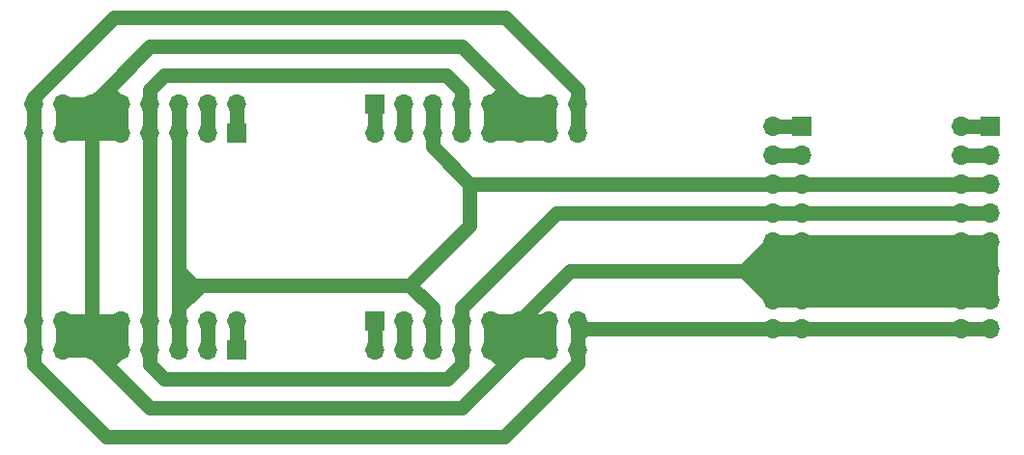
<source format=gbr>
G04 #@! TF.GenerationSoftware,KiCad,Pcbnew,(5.1.0-0)*
G04 #@! TF.CreationDate,2019-05-22T21:16:58-07:00*
G04 #@! TF.ProjectId,eurorack-bus,6575726f-7261-4636-9b2d-6275732e6b69,rev?*
G04 #@! TF.SameCoordinates,Original*
G04 #@! TF.FileFunction,Copper,L1,Top*
G04 #@! TF.FilePolarity,Positive*
%FSLAX46Y46*%
G04 Gerber Fmt 4.6, Leading zero omitted, Abs format (unit mm)*
G04 Created by KiCad (PCBNEW (5.1.0-0)) date 2019-05-22 21:16:58*
%MOMM*%
%LPD*%
G04 APERTURE LIST*
%ADD10R,1.700000X1.700000*%
%ADD11O,1.700000X1.700000*%
%ADD12C,1.270000*%
%ADD13C,0.254000*%
G04 APERTURE END LIST*
D10*
X101600000Y-81280000D03*
D11*
X101600000Y-78740000D03*
X99060000Y-81280000D03*
X99060000Y-78740000D03*
X96520000Y-81280000D03*
X96520000Y-78740000D03*
X93980000Y-81280000D03*
X93980000Y-78740000D03*
X91440000Y-81280000D03*
X91440000Y-78740000D03*
X88900000Y-81280000D03*
X88900000Y-78740000D03*
X86360000Y-81280000D03*
X86360000Y-78740000D03*
X83820000Y-81280000D03*
X83820000Y-78740000D03*
X83820000Y-97790000D03*
X83820000Y-100330000D03*
X86360000Y-97790000D03*
X86360000Y-100330000D03*
X88900000Y-97790000D03*
X88900000Y-100330000D03*
X91440000Y-97790000D03*
X91440000Y-100330000D03*
X93980000Y-97790000D03*
X93980000Y-100330000D03*
X96520000Y-97790000D03*
X96520000Y-100330000D03*
X99060000Y-97790000D03*
X99060000Y-100330000D03*
X101600000Y-97790000D03*
D10*
X101600000Y-100330000D03*
X167640000Y-80645000D03*
D11*
X165100000Y-80645000D03*
X167640000Y-83185000D03*
X165100000Y-83185000D03*
X167640000Y-85725000D03*
X165100000Y-85725000D03*
X167640000Y-88265000D03*
X165100000Y-88265000D03*
X167640000Y-90805000D03*
X165100000Y-90805000D03*
X167640000Y-93345000D03*
X165100000Y-93345000D03*
X167640000Y-95885000D03*
X165100000Y-95885000D03*
X167640000Y-98425000D03*
X165100000Y-98425000D03*
D10*
X113665000Y-78740000D03*
D11*
X113665000Y-81280000D03*
X116205000Y-78740000D03*
X116205000Y-81280000D03*
X118745000Y-78740000D03*
X118745000Y-81280000D03*
X121285000Y-78740000D03*
X121285000Y-81280000D03*
X123825000Y-78740000D03*
X123825000Y-81280000D03*
X126365000Y-78740000D03*
X126365000Y-81280000D03*
X128905000Y-78740000D03*
X128905000Y-81280000D03*
X131445000Y-78740000D03*
X131445000Y-81280000D03*
X131445000Y-100330000D03*
X131445000Y-97790000D03*
X128905000Y-100330000D03*
X128905000Y-97790000D03*
X126365000Y-100330000D03*
X126365000Y-97790000D03*
X123825000Y-100330000D03*
X123825000Y-97790000D03*
X121285000Y-100330000D03*
X121285000Y-97790000D03*
X118745000Y-100330000D03*
X118745000Y-97790000D03*
X116205000Y-100330000D03*
X116205000Y-97790000D03*
X113665000Y-100330000D03*
D10*
X113665000Y-97790000D03*
X151130000Y-80645000D03*
D11*
X148590000Y-80645000D03*
X151130000Y-83185000D03*
X148590000Y-83185000D03*
X151130000Y-85725000D03*
X148590000Y-85725000D03*
X151130000Y-88265000D03*
X148590000Y-88265000D03*
X151130000Y-90805000D03*
X148590000Y-90805000D03*
X151130000Y-93345000D03*
X148590000Y-93345000D03*
X151130000Y-95885000D03*
X148590000Y-95885000D03*
X151130000Y-98425000D03*
X148590000Y-98425000D03*
D12*
X165100000Y-80645000D02*
X167640000Y-80645000D01*
X165100000Y-83185000D02*
X167640000Y-83185000D01*
X165100000Y-85725000D02*
X167640000Y-85725000D01*
X148590000Y-85725000D02*
X151130000Y-85725000D01*
X96520000Y-78740000D02*
X96520000Y-81280000D01*
X96520000Y-97790000D02*
X96520000Y-100330000D01*
X118745000Y-78740000D02*
X118745000Y-81280000D01*
X118745000Y-97790000D02*
X118745000Y-100330000D01*
X96520000Y-90170000D02*
X96520000Y-81280000D01*
X96520000Y-92710000D02*
X96520000Y-90170000D01*
X147387919Y-85725000D02*
X148590000Y-85725000D01*
X118745000Y-82482081D02*
X121987919Y-85725000D01*
X121987919Y-85725000D02*
X147387919Y-85725000D01*
X118745000Y-81280000D02*
X118745000Y-82482081D01*
X96520000Y-96520000D02*
X96520000Y-97790000D01*
X98425000Y-94615000D02*
X96520000Y-96520000D01*
X116772081Y-94615000D02*
X98425000Y-94615000D01*
X118745000Y-96587919D02*
X116772081Y-94615000D01*
X118745000Y-97790000D02*
X118745000Y-96587919D01*
X97790000Y-94615000D02*
X96520000Y-93345000D01*
X96520000Y-93345000D02*
X96520000Y-92710000D01*
X98425000Y-94615000D02*
X97790000Y-94615000D01*
X96520000Y-97790000D02*
X96520000Y-93345000D01*
X121987919Y-89399162D02*
X116772081Y-94615000D01*
X121987919Y-85725000D02*
X121987919Y-89399162D01*
X151130000Y-85725000D02*
X165100000Y-85725000D01*
X167640000Y-88265000D02*
X148590000Y-88265000D01*
X121285000Y-77537919D02*
X119947081Y-76200000D01*
X121285000Y-78740000D02*
X121285000Y-77537919D01*
X93980000Y-78740000D02*
X93980000Y-77470000D01*
X93980000Y-77470000D02*
X95250000Y-76200000D01*
X95250000Y-76200000D02*
X119947081Y-76200000D01*
X121285000Y-78740000D02*
X121285000Y-81280000D01*
X121285000Y-97790000D02*
X121285000Y-100330000D01*
X93980000Y-101600000D02*
X93980000Y-100330000D01*
X120015000Y-102870000D02*
X95250000Y-102870000D01*
X95250000Y-102870000D02*
X93980000Y-101600000D01*
X121285000Y-101600000D02*
X120015000Y-102870000D01*
X121285000Y-100330000D02*
X121285000Y-101600000D01*
X93980000Y-80010000D02*
X93980000Y-78740000D01*
X93980000Y-100330000D02*
X93980000Y-80010000D01*
X147387919Y-88265000D02*
X148590000Y-88265000D01*
X121285000Y-96587919D02*
X129607919Y-88265000D01*
X129607919Y-88265000D02*
X147387919Y-88265000D01*
X121285000Y-97790000D02*
X121285000Y-96587919D01*
X167640000Y-90805000D02*
X148590000Y-90805000D01*
X167640000Y-95885000D02*
X148590000Y-95885000D01*
X167640000Y-90805000D02*
X167640000Y-95885000D01*
X88900000Y-100330000D02*
X86360000Y-100330000D01*
X86360000Y-100330000D02*
X86360000Y-97790000D01*
X86360000Y-97790000D02*
X88900000Y-97790000D01*
X88900000Y-97790000D02*
X91440000Y-97790000D01*
X91440000Y-97790000D02*
X91440000Y-100330000D01*
X91440000Y-100330000D02*
X88900000Y-100330000D01*
X88900000Y-81280000D02*
X86360000Y-81280000D01*
X86360000Y-81280000D02*
X86360000Y-78740000D01*
X86360000Y-78740000D02*
X88900000Y-78740000D01*
X88900000Y-78740000D02*
X91440000Y-78740000D01*
X91440000Y-78740000D02*
X91440000Y-81280000D01*
X91440000Y-81280000D02*
X88900000Y-81280000D01*
X126365000Y-78740000D02*
X123825000Y-78740000D01*
X123825000Y-78740000D02*
X123825000Y-81280000D01*
X123825000Y-81280000D02*
X126365000Y-81280000D01*
X126365000Y-81280000D02*
X128905000Y-81280000D01*
X128905000Y-81280000D02*
X128905000Y-78740000D01*
X128905000Y-78740000D02*
X127000000Y-78740000D01*
X128905000Y-97790000D02*
X123825000Y-97790000D01*
X123825000Y-97790000D02*
X123825000Y-100330000D01*
X123825000Y-100330000D02*
X128905000Y-100330000D01*
X128905000Y-100330000D02*
X128905000Y-97790000D01*
X148590000Y-95885000D02*
X146050000Y-93345000D01*
X147740001Y-91654999D02*
X146050000Y-93345000D01*
X148590000Y-90805000D02*
X147740001Y-91654999D01*
X90487500Y-77787500D02*
X89852500Y-77787500D01*
X91440000Y-78740000D02*
X90487500Y-77787500D01*
X89852500Y-77787500D02*
X88900000Y-78740000D01*
X91440000Y-100330000D02*
X90590001Y-101179999D01*
X123825000Y-100330000D02*
X125095000Y-101600000D01*
X126365000Y-100330000D02*
X125095000Y-101600000D01*
X123825000Y-78740000D02*
X125095000Y-77470000D01*
X126365000Y-78740000D02*
X125095000Y-77470000D01*
X127214999Y-96940001D02*
X126365000Y-97790000D01*
X130810000Y-93345000D02*
X127214999Y-96940001D01*
X146050000Y-93345000D02*
X130810000Y-93345000D01*
X89749999Y-101179999D02*
X88900000Y-100330000D01*
X93980000Y-105410000D02*
X89749999Y-101179999D01*
X121285000Y-105410000D02*
X93980000Y-105410000D01*
X125095000Y-101600000D02*
X121285000Y-105410000D01*
X93980000Y-73660000D02*
X89852500Y-77787500D01*
X121285000Y-73660000D02*
X93980000Y-73660000D01*
X125095000Y-77470000D02*
X121285000Y-73660000D01*
X88900000Y-82550000D02*
X88900000Y-81280000D01*
X88900000Y-97790000D02*
X88900000Y-82550000D01*
X167640000Y-98425000D02*
X148590000Y-98425000D01*
X131445000Y-78740000D02*
X131445000Y-81280000D01*
X83820000Y-101600000D02*
X83820000Y-100330000D01*
X125027081Y-107950000D02*
X90170000Y-107950000D01*
X131445000Y-101532081D02*
X125027081Y-107950000D01*
X90170000Y-107950000D02*
X83820000Y-101600000D01*
X131445000Y-100330000D02*
X131445000Y-101532081D01*
X83820000Y-78105000D02*
X83820000Y-78740000D01*
X125095000Y-71120000D02*
X90805000Y-71120000D01*
X90805000Y-71120000D02*
X83820000Y-78105000D01*
X131445000Y-77470000D02*
X125095000Y-71120000D01*
X131445000Y-78740000D02*
X131445000Y-77470000D01*
X132080000Y-98425000D02*
X131445000Y-99060000D01*
X131445000Y-99060000D02*
X131445000Y-97790000D01*
X148590000Y-98425000D02*
X132080000Y-98425000D01*
X131445000Y-100330000D02*
X131445000Y-99060000D01*
X83820000Y-99060000D02*
X83820000Y-100330000D01*
X83820000Y-78740000D02*
X83820000Y-99060000D01*
X148590000Y-80645000D02*
X151130000Y-80645000D01*
X148590000Y-83185000D02*
X151130000Y-83185000D01*
X101600000Y-78740000D02*
X101600000Y-81280000D01*
X99060000Y-78740000D02*
X99060000Y-81280000D01*
X99060000Y-97790000D02*
X99060000Y-100330000D01*
X101600000Y-97790000D02*
X101600000Y-100330000D01*
X113665000Y-78740000D02*
X113665000Y-81280000D01*
X116205000Y-78740000D02*
X116205000Y-81280000D01*
X116205000Y-100330000D02*
X116158802Y-100330000D01*
X116205000Y-97790000D02*
X116205000Y-100330000D01*
X113665000Y-97790000D02*
X113665000Y-100330000D01*
D13*
G36*
X167513000Y-95758000D02*
G01*
X148033490Y-95758000D01*
X146826990Y-93345000D01*
X148033490Y-90932000D01*
X167513000Y-90932000D01*
X167513000Y-95758000D01*
X167513000Y-95758000D01*
G37*
X167513000Y-95758000D02*
X148033490Y-95758000D01*
X146826990Y-93345000D01*
X148033490Y-90932000D01*
X167513000Y-90932000D01*
X167513000Y-95758000D01*
G36*
X128778000Y-100203000D02*
G01*
X123952000Y-100203000D01*
X123952000Y-97917000D01*
X128778000Y-97917000D01*
X128778000Y-100203000D01*
X128778000Y-100203000D01*
G37*
X128778000Y-100203000D02*
X123952000Y-100203000D01*
X123952000Y-97917000D01*
X128778000Y-97917000D01*
X128778000Y-100203000D01*
G36*
X91313000Y-100203000D02*
G01*
X86487000Y-100203000D01*
X86487000Y-97917000D01*
X91313000Y-97917000D01*
X91313000Y-100203000D01*
X91313000Y-100203000D01*
G37*
X91313000Y-100203000D02*
X86487000Y-100203000D01*
X86487000Y-97917000D01*
X91313000Y-97917000D01*
X91313000Y-100203000D01*
G36*
X91313000Y-81153000D02*
G01*
X86487000Y-81153000D01*
X86487000Y-78867000D01*
X91313000Y-78867000D01*
X91313000Y-81153000D01*
X91313000Y-81153000D01*
G37*
X91313000Y-81153000D02*
X86487000Y-81153000D01*
X86487000Y-78867000D01*
X91313000Y-78867000D01*
X91313000Y-81153000D01*
G36*
X128778000Y-81153000D02*
G01*
X123952000Y-81153000D01*
X123952000Y-78867000D01*
X128778000Y-78867000D01*
X128778000Y-81153000D01*
X128778000Y-81153000D01*
G37*
X128778000Y-81153000D02*
X123952000Y-81153000D01*
X123952000Y-78867000D01*
X128778000Y-78867000D01*
X128778000Y-81153000D01*
M02*

</source>
